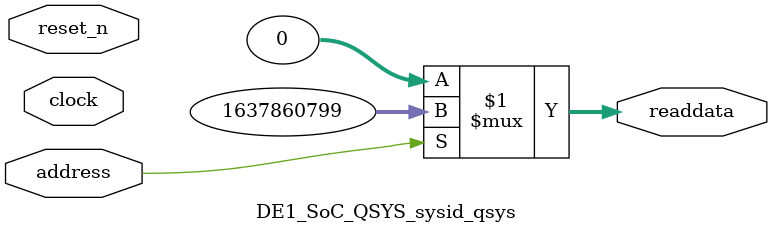
<source format=v>

`timescale 1ns / 1ps
// synthesis translate_on

// turn off superfluous verilog processor warnings 
// altera message_level Level1 
// altera message_off 10034 10035 10036 10037 10230 10240 10030 

module DE1_SoC_QSYS_sysid_qsys (
               // inputs:
                address,
                clock,
                reset_n,

               // outputs:
                readdata
             )
;

  output  [ 31: 0] readdata;
  input            address;
  input            clock;
  input            reset_n;

  wire    [ 31: 0] readdata;
  //control_slave, which is an e_avalon_slave
  assign readdata = address ? 1637860799 : 0;

endmodule




</source>
